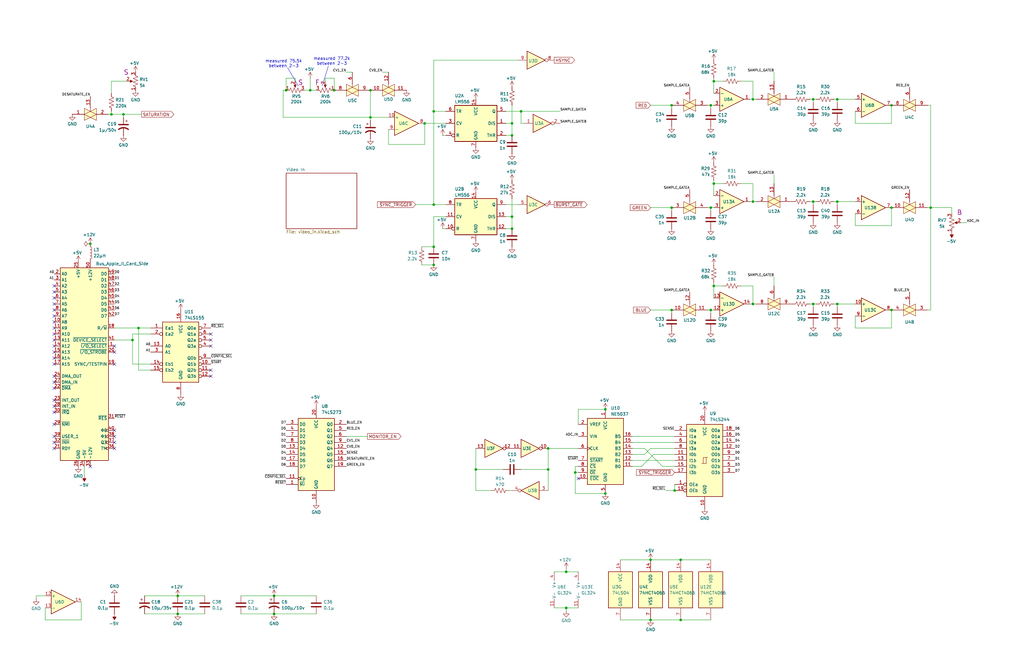
<source format=kicad_sch>
(kicad_sch (version 20231120) (generator "eeschema") (generator_version "8.0")
  (paper "USLedger")
  (title_block (title "ComputerEyes IIgs") (date "2024-03-29") (rev "F") (comment 2 "captured by Mark Aikens") (comment 3 "by Digital Vision") (comment 4 "ComputerEyes Color Video Digitizer for the Apple IIgs (PN 11047)"))
  (junction (at 182.88 46.99))
  (junction (at 287.02 261.62))
  (junction (at 238.76 241.3))
  (junction (at 215.9 96.52))
  (junction (at 255.27 208.28))
  (junction (at 274.32 236.22))
  (junction (at 238.76 256.54))
  (junction (at 200.66 198.12))
  (junction (at 283.21 87.63))
  (junction (at 283.21 130.81))
  (junction (at 219.71 46.99))
  (junction (at 299.72 44.45))
  (junction (at 342.9 41.91))
  (junction (at 353.06 41.91))
  (junction (at 392.43 87.63))
  (junction (at 287.02 236.22))
  (junction (at 52.07 48.26))
  (junction (at 55.88 143.51))
  (junction (at 300.99 77.47))
  (junction (at 299.72 130.81))
  (junction (at 342.9 85.09))
  (junction (at 300.99 34.29))
  (junction (at 58.42 138.43))
  (junction (at 317.5 85.09))
  (junction (at 38.1 102.87))
  (junction (at 300.99 120.65))
  (junction (at 115.57 259.08))
  (junction (at 182.88 111.76))
  (junction (at 115.57 251.46))
  (junction (at 182.88 86.36))
  (junction (at 215.9 57.15))
  (junction (at 283.21 44.45))
  (junction (at 255.27 172.72))
  (junction (at 375.92 130.81))
  (junction (at 317.5 128.27))
  (junction (at 215.9 52.07))
  (junction (at 140.97 38.1))
  (junction (at 130.81 38.1))
  (junction (at 299.72 87.63))
  (junction (at 182.88 104.14))
  (junction (at 342.9 128.27))
  (junction (at 74.93 251.46))
  (junction (at 120.65 38.1))
  (junction (at 242.57 199.39))
  (junction (at 156.21 49.53))
  (junction (at 231.14 189.23))
  (junction (at 74.93 259.08))
  (junction (at 46.99 48.26))
  (junction (at 274.32 261.62))
  (junction (at 353.06 85.09))
  (junction (at 156.21 38.1))
  (junction (at 284.48 207.01))
  (junction (at 317.5 41.91))
  (junction (at 179.07 52.07))
  (junction (at 215.9 91.44))
  (junction (at 231.14 198.12))
  (junction (at 375.92 87.63))
  (junction (at 353.06 128.27))
  (junction (at 375.92 44.45))
  (no_connect (at 22.86 189.23))
  (no_connect (at 22.86 143.51))
  (no_connect (at 38.1 196.85))
  (no_connect (at 88.9 143.51))
  (no_connect (at 48.26 189.23))
  (no_connect (at 22.86 179.07))
  (no_connect (at 22.86 163.83))
  (no_connect (at 22.86 186.69))
  (no_connect (at 48.26 181.61))
  (no_connect (at 22.86 133.35))
  (no_connect (at 22.86 158.75))
  (no_connect (at 88.9 146.05))
  (no_connect (at 22.86 125.73))
  (no_connect (at 22.86 151.13))
  (no_connect (at 22.86 130.81))
  (no_connect (at 48.26 184.15))
  (no_connect (at 22.86 123.19))
  (no_connect (at 22.86 128.27))
  (no_connect (at 88.9 158.75))
  (no_connect (at 88.9 156.21))
  (no_connect (at 88.9 140.97))
  (no_connect (at 22.86 184.15))
  (no_connect (at 22.86 153.67))
  (no_connect (at 48.26 186.69))
  (no_connect (at 22.86 161.29))
  (no_connect (at 48.26 153.67))
  (no_connect (at 48.26 146.05))
  (no_connect (at 22.86 168.91))
  (no_connect (at 22.86 146.05))
  (no_connect (at 22.86 135.89))
  (no_connect (at 22.86 173.99))
  (no_connect (at 22.86 148.59))
  (no_connect (at 48.26 148.59))
  (no_connect (at 22.86 138.43))
  (no_connect (at 22.86 120.65))
  (no_connect (at 243.84 201.93))
  (no_connect (at 22.86 171.45))
  (no_connect (at 22.86 140.97))
  (wire (pts (xy 299.72 130.81) (xy 300.99 130.81)))
  (wire (pts (xy 219.71 198.12) (xy 231.14 198.12)))
  (wire (pts (xy 200.66 198.12) (xy 200.66 189.23)))
  (wire (pts (xy 304.8 34.29) (xy 300.99 34.29)))
  (wire (pts (xy 58.42 138.43) (xy 63.5 138.43)))
  (wire (pts (xy 238.76 256.54) (xy 243.84 256.54)))
  (wire (pts (xy 219.71 46.99) (xy 213.36 46.99)))
  (wire (pts (xy 213.36 52.07) (xy 215.9 52.07)))
  (wire (pts (xy 299.72 44.45) (xy 300.99 44.45)))
  (wire (pts (xy 274.32 87.63) (xy 283.21 87.63)))
  (wire (pts (xy 218.44 86.36) (xy 213.36 86.36)))
  (wire (pts (xy 219.71 46.99) (xy 236.22 46.99)))
  (wire (pts (xy 137.16 33.02) (xy 137.16 34.29)))
  (wire (pts (xy 287.02 261.62) (xy 299.72 261.62)))
  (wire (pts (xy 177.8 104.14) (xy 182.88 104.14)))
  (wire (pts (xy 317.5 41.91) (xy 318.77 41.91)))
  (wire (pts (xy 214.63 207.01) (xy 215.9 207.01)))
  (wire (pts (xy 55.88 140.97) (xy 55.88 143.51)))
  (wire (pts (xy 341.63 41.91) (xy 342.9 41.91)))
  (wire (pts (xy 130.81 38.1) (xy 133.35 38.1)))
  (wire (pts (xy 58.42 138.43) (xy 58.42 156.21)))
  (wire (pts (xy 215.9 52.07) (xy 215.9 57.15)))
  (wire (pts (xy 407.67 93.98) (xy 405.13 93.98)))
  (wire (pts (xy 128.27 38.1) (xy 130.81 38.1)))
  (wire (pts (xy 19.05 261.62) (xy 34.29 261.62)))
  (wire (pts (xy 48.26 143.51) (xy 55.88 143.51)))
  (wire (pts (xy 101.6 251.46) (xy 115.57 251.46)))
  (wire (pts (xy 233.68 241.3) (xy 238.76 241.3)))
  (wire (pts (xy 186.69 57.15) (xy 187.96 57.15)))
  (wire (pts (xy 271.78 189.23) (xy 266.7 189.23)))
  (wire (pts (xy 52.07 48.26) (xy 52.07 49.53)))
  (wire (pts (xy 261.62 261.62) (xy 274.32 261.62)))
  (wire (pts (xy 392.43 87.63) (xy 401.32 87.63)))
  (wire (pts (xy 300.99 120.65) (xy 300.99 125.73)))
  (wire (pts (xy 179.07 52.07) (xy 179.07 60.96)))
  (wire (pts (xy 316.23 85.09) (xy 317.5 85.09)))
  (wire (pts (xy 215.9 83.82) (xy 215.9 91.44)))
  (polyline (pts (xy 121.285 28.575) (xy 125.73 36.195)))
  (wire (pts (xy 200.66 207.01) (xy 207.01 207.01)))
  (wire (pts (xy 392.43 87.63) (xy 392.43 130.81)))
  (wire (pts (xy 326.39 73.66) (xy 326.39 77.47)))
  (wire (pts (xy 317.5 128.27) (xy 316.23 128.27)))
  (wire (pts (xy 287.02 236.22) (xy 299.72 236.22)))
  (wire (pts (xy 353.06 85.09) (xy 360.68 85.09)))
  (wire (pts (xy 140.97 33.02) (xy 140.97 38.1)))
  (wire (pts (xy 274.32 236.22) (xy 287.02 236.22)))
  (wire (pts (xy 342.9 41.91) (xy 344.17 41.91)))
  (wire (pts (xy 342.9 128.27) (xy 342.9 129.54)))
  (wire (pts (xy 58.42 156.21) (xy 63.5 156.21)))
  (wire (pts (xy 15.24 251.46) (xy 19.05 251.46)))
  (wire (pts (xy 274.32 44.45) (xy 283.21 44.45)))
  (wire (pts (xy 353.06 86.36) (xy 353.06 85.09)))
  (wire (pts (xy 182.88 91.44) (xy 182.88 104.14)))
  (wire (pts (xy 215.9 96.52) (xy 213.36 96.52)))
  (wire (pts (xy 74.93 259.08) (xy 86.36 259.08)))
  (wire (pts (xy 55.88 143.51) (xy 55.88 153.67)))
  (wire (pts (xy 353.06 41.91) (xy 360.68 41.91)))
  (wire (pts (xy 375.92 95.25) (xy 375.92 87.63)))
  (wire (pts (xy 182.88 25.4) (xy 218.44 25.4)))
  (wire (pts (xy 255.27 208.28) (xy 242.57 208.28)))
  (wire (pts (xy 360.68 46.99) (xy 360.68 52.07)))
  (wire (pts (xy 182.88 46.99) (xy 187.96 46.99)))
  (wire (pts (xy 179.07 60.96) (xy 163.83 60.96)))
  (polyline (pts (xy 135.89 36.195) (xy 138.43 27.94)))
  (wire (pts (xy 342.9 128.27) (xy 344.17 128.27)))
  (wire (pts (xy 220.98 52.07) (xy 219.71 52.07)))
  (wire (pts (xy 243.84 196.85) (xy 242.57 196.85)))
  (wire (pts (xy 351.79 128.27) (xy 353.06 128.27)))
  (wire (pts (xy 146.05 184.15) (xy 154.94 184.15)))
  (wire (pts (xy 124.46 33.02) (xy 124.46 34.29)))
  (wire (pts (xy 243.84 172.72) (xy 243.84 179.07)))
  (wire (pts (xy 231.14 189.23) (xy 231.14 198.12)))
  (wire (pts (xy 353.06 85.09) (xy 351.79 85.09)))
  (wire (pts (xy 238.76 241.3) (xy 243.84 241.3)))
  (wire (pts (xy 15.24 252.73) (xy 15.24 251.46)))
  (wire (pts (xy 52.07 48.26) (xy 59.69 48.26)))
  (wire (pts (xy 300.99 33.02) (xy 300.99 34.29)))
  (wire (pts (xy 266.7 186.69) (xy 284.48 186.69)))
  (wire (pts (xy 231.14 198.12) (xy 231.14 207.01)))
  (wire (pts (xy 304.8 77.47) (xy 300.99 77.47)))
  (wire (pts (xy 317.5 85.09) (xy 318.77 85.09)))
  (wire (pts (xy 392.43 44.45) (xy 392.43 87.63)))
  (wire (pts (xy 299.72 44.45) (xy 299.72 45.72)))
  (wire (pts (xy 179.07 52.07) (xy 187.96 52.07)))
  (wire (pts (xy 55.88 140.97) (xy 63.5 140.97)))
  (wire (pts (xy 300.99 77.47) (xy 300.99 82.55)))
  (wire (pts (xy 53.34 34.29) (xy 46.99 34.29)))
  (wire (pts (xy 391.16 44.45) (xy 392.43 44.45)))
  (wire (pts (xy 299.72 87.63) (xy 300.99 87.63)))
  (wire (pts (xy 215.9 91.44) (xy 213.36 91.44)))
  (wire (pts (xy 177.8 111.76) (xy 182.88 111.76)))
  (wire (pts (xy 280.67 207.01) (xy 284.48 207.01)))
  (wire (pts (xy 312.42 120.65) (xy 317.5 120.65)))
  (wire (pts (xy 182.88 86.36) (xy 187.96 86.36)))
  (wire (pts (xy 312.42 77.47) (xy 317.5 77.47)))
  (wire (pts (xy 46.99 34.29) (xy 46.99 39.37)))
  (wire (pts (xy 115.57 251.46) (xy 133.35 251.46)))
  (wire (pts (xy 52.07 48.26) (xy 46.99 48.26)))
  (wire (pts (xy 391.16 87.63) (xy 392.43 87.63)))
  (wire (pts (xy 274.32 261.62) (xy 287.02 261.62)))
  (wire (pts (xy 300.99 119.38) (xy 300.99 120.65)))
  (wire (pts (xy 48.26 138.43) (xy 58.42 138.43)))
  (wire (pts (xy 312.42 34.29) (xy 317.5 34.29)))
  (wire (pts (xy 283.21 130.81) (xy 283.21 132.08)))
  (wire (pts (xy 353.06 128.27) (xy 353.06 129.54)))
  (wire (pts (xy 351.79 41.91) (xy 353.06 41.91)))
  (wire (pts (xy 261.62 236.22) (xy 274.32 236.22)))
  (wire (pts (xy 401.32 87.63) (xy 401.32 90.17)))
  (wire (pts (xy 233.68 256.54) (xy 238.76 256.54)))
  (wire (pts (xy 360.68 52.07) (xy 375.92 52.07)))
  (wire (pts (xy 124.46 33.02) (xy 120.65 33.02)))
  (wire (pts (xy 187.96 91.44) (xy 182.88 91.44)))
  (wire (pts (xy 215.9 57.15) (xy 213.36 57.15)))
  (wire (pts (xy 231.14 189.23) (xy 243.84 189.23)))
  (wire (pts (xy 298.45 130.81) (xy 299.72 130.81)))
  (wire (pts (xy 317.5 128.27) (xy 318.77 128.27)))
  (wire (pts (xy 317.5 41.91) (xy 317.5 34.29)))
  (wire (pts (xy 300.99 34.29) (xy 300.99 39.37)))
  (wire (pts (xy 266.7 194.31) (xy 284.48 194.31)))
  (wire (pts (xy 119.38 38.1) (xy 120.65 38.1)))
  (polyline (pts (xy 125.73 36.195) (xy 125.73 36.195)))
  (wire (pts (xy 271.78 189.23) (xy 279.4 196.85)))
  (wire (pts (xy 283.21 87.63) (xy 283.21 88.9)))
  (wire (pts (xy 283.21 45.72) (xy 283.21 44.45)))
  (wire (pts (xy 101.6 259.08) (xy 115.57 259.08)))
  (wire (pts (xy 115.57 259.08) (xy 133.35 259.08)))
  (wire (pts (xy 156.21 38.1) (xy 156.21 49.53)))
  (wire (pts (xy 137.16 33.02) (xy 140.97 33.02)))
  (wire (pts (xy 46.99 46.99) (xy 46.99 48.26)))
  (wire (pts (xy 360.68 133.35) (xy 360.68 138.43)))
  (wire (pts (xy 130.81 33.02) (xy 130.81 38.1)))
  (wire (pts (xy 360.68 138.43) (xy 375.92 138.43)))
  (wire (pts (xy 317.5 120.65) (xy 317.5 128.27)))
  (wire (pts (xy 391.16 130.81) (xy 392.43 130.81)))
  (wire (pts (xy 175.26 86.36) (xy 182.88 86.36)))
  (wire (pts (xy 200.66 207.01) (xy 200.66 198.12)))
  (wire (pts (xy 360.68 90.17) (xy 360.68 95.25)))
  (wire (pts (xy 156.21 49.53) (xy 163.83 49.53)))
  (wire (pts (xy 317.5 77.47) (xy 317.5 85.09)))
  (wire (pts (xy 300.99 76.2) (xy 300.99 77.47)))
  (wire (pts (xy 219.71 52.07) (xy 219.71 46.99)))
  (wire (pts (xy 238.76 240.03) (xy 238.76 241.3)))
  (wire (pts (xy 255.27 172.72) (xy 243.84 172.72)))
  (wire (pts (xy 344.17 85.09) (xy 342.9 85.09)))
  (wire (pts (xy 242.57 208.28) (xy 242.57 199.39)))
  (wire (pts (xy 299.72 130.81) (xy 299.72 132.08)))
  (wire (pts (xy 119.38 49.53) (xy 119.38 38.1)))
  (wire (pts (xy 242.57 199.39) (xy 243.84 199.39)))
  (wire (pts (xy 275.59 191.77) (xy 270.51 196.85)))
  (wire (pts (xy 275.59 191.77) (xy 284.48 191.77)))
  (wire (pts (xy 163.83 60.96) (xy 163.83 54.61)))
  (wire (pts (xy 34.29 261.62) (xy 34.29 254)))
  (wire (pts (xy 375.92 52.07) (xy 375.92 44.45)))
  (wire (pts (xy 298.45 44.45) (xy 299.72 44.45)))
  (wire (pts (xy 316.23 41.91) (xy 317.5 41.91)))
  (wire (pts (xy 299.72 87.63) (xy 299.72 88.9)))
  (wire (pts (xy 326.39 30.48) (xy 326.39 34.29)))
  (wire (pts (xy 182.88 25.4) (xy 182.88 46.99)))
  (wire (pts (xy 342.9 85.09) (xy 342.9 86.36)))
  (wire (pts (xy 375.92 138.43) (xy 375.92 130.81)))
  (wire (pts (xy 120.65 33.02) (xy 120.65 38.1)))
  (wire (pts (xy 238.76 256.54) (xy 238.76 257.81)))
  (wire (pts (xy 242.57 196.85) (xy 242.57 199.39)))
  (wire (pts (xy 55.88 153.67) (xy 63.5 153.67)))
  (wire (pts (xy 326.39 116.84) (xy 326.39 120.65)))
  (wire (pts (xy 35.56 200.66) (xy 35.56 196.85)))
  (wire (pts (xy 182.88 46.99) (xy 182.88 86.36)))
  (wire (pts (xy 266.7 196.85) (xy 270.51 196.85)))
  (wire (pts (xy 274.32 130.81) (xy 283.21 130.81)))
  (wire (pts (xy 60.96 259.08) (xy 74.93 259.08)))
  (wire (pts (xy 215.9 91.44) (xy 215.9 96.52)))
  (wire (pts (xy 74.93 251.46) (xy 86.36 251.46)))
  (wire (pts (xy 200.66 198.12) (xy 212.09 198.12)))
  (wire (pts (xy 274.32 189.23) (xy 271.78 191.77)))
  (wire (pts (xy 274.32 189.23) (xy 284.48 189.23)))
  (wire (pts (xy 146.05 30.48) (xy 148.59 30.48)))
  (wire (pts (xy 119.38 49.53) (xy 156.21 49.53)))
  (wire (pts (xy 60.96 251.46) (xy 74.93 251.46)))
  (wire (pts (xy 341.63 128.27) (xy 342.9 128.27)))
  (wire (pts (xy 161.29 30.48) (xy 163.83 30.48)))
  (wire (pts (xy 300.99 120.65) (xy 304.8 120.65)))
  (wire (pts (xy 266.7 191.77) (xy 271.78 191.77)))
  (wire (pts (xy 353.06 41.91) (xy 353.06 43.18)))
  (wire (pts (xy 298.45 87.63) (xy 299.72 87.63)))
  (wire (pts (xy 284.48 204.47) (xy 284.48 207.01)))
  (wire (pts (xy 266.7 184.15) (xy 284.48 184.15)))
  (wire (pts (xy 342.9 85.09) (xy 341.63 85.09)))
  (wire (pts (xy 186.69 96.52) (xy 187.96 96.52)))
  (wire (pts (xy 156.21 50.8) (xy 156.21 49.53)))
  (wire (pts (xy 360.68 95.25) (xy 375.92 95.25)))
  (wire (pts (xy 342.9 41.91) (xy 342.9 43.18)))
  (wire (pts (xy 215.9 44.45) (xy 215.9 52.07)))
  (wire (pts (xy 19.05 256.54) (xy 19.05 261.62)))
  (wire (pts (xy 46.99 48.26) (xy 45.72 48.26)))
  (wire (pts (xy 353.06 128.27) (xy 360.68 128.27)))
  (wire (pts (xy 279.4 196.85) (xy 284.48 196.85)))
  (text "measured 77.2k\nbetween 2-3" (at 139.954 25.908 0) (effects (font (size 1.27 1.27))))
  (text "measured 75.5k\nbetween 2-3" (at 119.634 26.924 0) (effects (font (size 1.27 1.27))))
  (label "D2" (at 309.88 189.23 0) (effects (font (size 1 1))))
  (label "D4" (at 48.26 125.73 0) (effects (font (size 1 1))))
  (label "D3" (at 120.65 194.31 180) (effects (font (size 1 1))))
  (label "D3" (at 309.88 196.85 0) (effects (font (size 1 1))))
  (label "D6" (at 309.88 181.61 0) (effects (font (size 1 1))))
  (label "D5" (at 309.88 184.15 0) (effects (font (size 1 1))))
  (label "~{CONFIG_SEL}" (at 120.65 201.93 180) (effects (font (size 1 1))))
  (label "A1" (at 22.86 118.11 180) (effects (font (size 1 1))))
  (label "SAMPLE_GATEB" (at 326.39 73.66 180) (effects (font (size 1 1))))
  (label "D2" (at 120.65 186.69 180) (effects (font (size 1 1))))
  (label "D7" (at 120.65 179.07 180) (effects (font (size 1 1))))
  (label "BLUE_EN" (at 146.05 179.07 0) (effects (font (size 1 1))))
  (label "A0" (at 22.86 115.57 180) (effects (font (size 1 1))))
  (label "D4" (at 120.65 191.77 180) (effects (font (size 1 1))))
  (label "D1" (at 48.26 118.11 0) (effects (font (size 1 1))))
  (label "~{START}" (at 88.9 153.67 0) (effects (font (size 1 1))))
  (label "D3" (at 48.26 123.19 0) (effects (font (size 1 1))))
  (label "D5" (at 48.26 128.27 0) (effects (font (size 1 1))))
  (label "CV0_EN" (at 146.05 189.23 0) (effects (font (size 1 1))))
  (label "A1" (at 63.5 148.59 180) (effects (font (size 1 1))))
  (label "D7" (at 48.26 133.35 0) (effects (font (size 1 1))))
  (label "SAMPLE_GATEB" (at 236.22 52.07 0) (effects (font (size 1 1))))
  (label "A0" (at 63.5 146.05 180) (effects (font (size 1 1))))
  (label "~{CONFIG_SEL}" (at 88.9 151.13 0) (effects (font (size 1 1))))
  (label "D2" (at 48.26 120.65 0) (effects (font (size 1 1))))
  (label "SAMPLE_GATEA" (at 290.83 36.83 180) (effects (font (size 1 1))))
  (label "DESATURATE_EN" (at 146.05 194.31 0) (effects (font (size 1 1))))
  (label "D6" (at 120.65 196.85 180) (effects (font (size 1 1))))
  (label "D6" (at 48.26 130.81 0) (effects (font (size 1 1))))
  (label "D1" (at 120.65 184.15 180) (effects (font (size 1 1))))
  (label "~{START}" (at 243.84 194.31 180) (effects (font (size 1 1))))
  (label "GREEN_EN" (at 146.05 196.85 0) (effects (font (size 1 1))))
  (label "CV1_EN" (at 146.05 30.48 180) (effects (font (size 1 1))))
  (label "BLUE_EN" (at 383.54 123.19 180) (effects (font (size 1 1))))
  (label "~{RESET}" (at 48.26 176.53 0) (effects (font (size 1 1))))
  (label "SAMPLE_GATEB" (at 326.39 116.84 180) (effects (font (size 1 1))))
  (label "D5" (at 120.65 181.61 180) (effects (font (size 1 1))))
  (label "ADC_IN" (at 407.67 93.98 0) (effects (font (size 1 1))))
  (label "RED_EN" (at 146.05 181.61 0) (effects (font (size 1 1))))
  (label "D0" (at 48.26 115.57 0) (effects (font (size 1 1))))
  (label "D4" (at 309.88 186.69 0) (effects (font (size 1 1))))
  (label "SAMPLE_GATEA" (at 290.83 123.19 180) (effects (font (size 1 1))))
  (label "D0" (at 120.65 189.23 180) (effects (font (size 1 1))))
  (label "~{RD_SEL}" (at 88.9 138.43 0) (effects (font (size 1 1))))
  (label "~{RD_SEL}" (at 280.67 207.01 180) (effects (font (size 1 1))))
  (label "DESATURATE_EN" (at 38.1 40.64 180) (effects (font (size 1 1))))
  (label "GREEN_EN" (at 383.54 80.01 180) (effects (font (size 1 1))))
  (label "D0" (at 309.88 191.77 0) (effects (font (size 1 1))))
  (label "RED_EN" (at 383.54 36.83 180) (effects (font (size 1 1))))
  (label "CV1_EN" (at 146.05 186.69 0) (effects (font (size 1 1))))
  (label "SENSE" (at 146.05 191.77 0) (effects (font (size 1 1))))
  (label "ADC_IN" (at 243.84 184.15 180) (effects (font (size 1 1))))
  (label "SAMPLE_GATEA" (at 290.83 80.01 180) (effects (font (size 1 1))))
  (label "SENSE" (at 284.48 181.61 180) (effects (font (size 1 1))))
  (label "D7" (at 309.88 199.39 0) (effects (font (size 1 1))))
  (label "~{RESET}" (at 120.65 204.47 180) (effects (font (size 1 1))))
  (label "CV0_EN" (at 161.29 30.48 180) (effects (font (size 1 1))))
  (label "SAMPLE_GATEB" (at 326.39 30.48 180) (effects (font (size 1 1))))
  (label "D1" (at 309.88 194.31 0) (effects (font (size 1 1))))
  (label "SAMPLE_GATEA" (at 236.22 46.99 0) (effects (font (size 1 1))))
  (global_label "RED" (shape input) (at 274.32 44.45 180) (property "Intersheetrefs" "${INTERSHEET_REFS}" (effects (hide yes))))
  (global_label "BLUE" (shape input) (at 274.32 130.81 180) (property "Intersheetrefs" "${INTERSHEET_REFS}" (effects (hide yes))))
  (global_label "HSYNC" (shape output) (at 233.68 25.4 0) (property "Intersheetrefs" "${INTERSHEET_REFS}" (effects (hide yes))))
  (global_label "SATURATION" (shape output) (at 59.69 48.26 0) (property "Intersheetrefs" "${INTERSHEET_REFS}" (effects (hide yes))))
  (global_label "MONITOR_EN" (shape output) (at 154.94 184.15 0) (property "Intersheetrefs" "${INTERSHEET_REFS}" (effects (hide yes))))
  (global_label "~{SYNC_TRIGGER}" (shape input) (at 175.26 86.36 180) (property "Intersheetrefs" "${INTERSHEET_REFS}" (effects (hide yes))))
  (global_label "~{BURST_GATE}" (shape output) (at 233.68 86.36 0) (property "Intersheetrefs" "${INTERSHEET_REFS}" (effects (hide yes))))
  (global_label "GREEN" (shape input) (at 274.32 87.63 180) (property "Intersheetrefs" "${INTERSHEET_REFS}" (effects (hide yes))))
  (global_label "~{SYNC_TRIGGER}" (shape input) (at 284.48 199.39 180) (property "Intersheetrefs" "${INTERSHEET_REFS}" (effects (hide yes))))
  (symbol (lib_id "Device:C") (at 283.21 92.71 0) (mirror y) (unit 1)
    (property "Reference" "C35" (at 280.162 91.44 0) (effects (justify left)))
    (property "Value" "1n" (at 280.162 93.98 0) (effects (justify left)))
    (property "Description" "Unpolarized capacitor" (effects (hide yes)))
  )
  (symbol (lib_id "power:+5V") (at 300.99 25.4 0) (unit 1)
    (property "Reference" "#PWR069" (effects (hide yes)))
    (property "Value" "+5V" (at 300.482 21.59 0))
    (property "Description" "Power symbol creates a global label with name \"+5V\"" (effects (hide yes)))
  )
  (symbol (lib_id "power:GND") (at 215.9 64.77 0) (unit 1)
    (property "Reference" "#PWR047" (effects (hide yes)))
    (property "Value" "GND" (at 215.9 68.834 0))
    (property "Description" "Power symbol creates a global label with name \"GND\" , ground" (effects (hide yes)))
  )
  (symbol (lib_id "power:GND") (at 30.48 48.26 0) (unit 1)
    (property "Reference" "#PWR051" (effects (hide yes)))
    (property "Value" "GND" (at 30.48 52.324 0))
    (property "Description" "Power symbol creates a global label with name \"GND\" , ground" (effects (hide yes)))
  )
  (symbol (lib_id "power:+5V") (at 186.69 96.52 0) (unit 1)
    (property "Reference" "#PWR028" (effects (hide yes)))
    (property "Value" "+5V" (at 186.182 92.71 0))
    (property "Description" "Power symbol creates a global label with name \"+5V\"" (effects (hide yes)))
  )
  (symbol (lib_id "Amplifier_Operational:LM324") (at 368.3 44.45 0) (unit 2)
    (property "Reference" "U6" (at 366.776 44.45 0))
    (property "Value" "GL324" (effects (hide yes)))
    (property "Datasheet" "http://www.ti.com/lit/ds/symlink/lm2902-n.pdf" (effects (hide yes)))
    (property "Description" "Low-Power, Quad-Operational Amplifiers, DIP-14/SOIC-14/SSOP-14" (effects (hide yes)))
  )
  (symbol (lib_id "power:+5V") (at 274.32 236.22 0) (unit 1)
    (property "Reference" "#PWR09" (effects (hide yes)))
    (property "Value" "+5V" (at 273.812 232.41 0))
    (property "Description" "Power symbol creates a global label with name \"+5V\"" (effects (hide yes)))
  )
  (symbol (lib_id "Device:R_Potentiometer_US") (at 124.46 38.1 90) (unit 1)
    (property "Reference" "RV5" (at 124.968 40.64 90))
    (property "Value" "200k" (at 124.968 42.926 90))
    (property "Description" "Potentiometer, US symbol" (effects (hide yes)))
    (property "Label" "S" (at 126.746 34.798 90) (effects (font (size 2 2))))
  )
  (symbol (lib_id "Amplifier_Operational:LM324") (at 308.61 128.27 0) (mirror x) (unit 4)
    (property "Reference" "U13" (at 307.34 128.27 0))
    (property "Value" "GL324" (effects (hide yes)))
    (property "Datasheet" "http://www.ti.com/lit/ds/symlink/lm2902-n.pdf" (effects (hide yes)))
    (property "Description" "Low-Power, Quad-Operational Amplifiers, DIP-14/SOIC-14/SSOP-14" (effects (hide yes)))
  )
  (symbol (lib_id "Device:R_US") (at 308.61 120.65 90) (unit 1)
    (property "Reference" "R35" (at 308.61 115.316 90))
    (property "Value" "18k" (at 308.61 117.856 90))
    (property "Description" "Resistor, US symbol" (effects (hide yes)))
  )
  (symbol (lib_id "Device:R_US") (at 308.61 77.47 90) (unit 1)
    (property "Reference" "R31" (at 308.61 72.136 90))
    (property "Value" "18k" (at 308.61 74.676 90))
    (property "Description" "Resistor, US symbol" (effects (hide yes)))
  )
  (symbol (lib_id "Device:C") (at 299.72 135.89 0) (unit 1)
    (property "Reference" "C39" (at 302.768 134.62 0) (effects (justify left)))
    (property "Value" "39p" (at 302.768 137.16 0) (effects (justify left)))
    (property "Description" "Unpolarized capacitor" (effects (hide yes)))
  )
  (symbol (lib_id "power:+5V") (at 200.66 81.28 0) (unit 1)
    (property "Reference" "#PWR07" (effects (hide yes)))
    (property "Value" "+5V" (at 200.152 77.47 0))
    (property "Description" "Power symbol creates a global label with name \"+5V\"" (effects (hide yes)))
  )
  (symbol (lib_id "power:GND") (at 274.32 261.62 0) (unit 1)
    (property "Reference" "#PWR020" (effects (hide yes)))
    (property "Value" "GND" (at 274.32 265.684 0))
    (property "Description" "Power symbol creates a global label with name \"GND\" , ground" (effects (hide yes)))
  )
  (symbol (lib_id "Device:R_US") (at 215.9 40.64 180) (unit 1)
    (property "Reference" "R11" (at 210.82 39.624 0) (effects (justify right)))
    (property "Value" "33k" (at 210.82 42.164 0) (effects (justify right)))
    (property "Description" "Resistor, US symbol" (effects (hide yes)))
  )
  (symbol (lib_id "Device:R_US") (at 177.8 107.95 0) (unit 1)
    (property "Reference" "R13" (at 176.022 106.68 0) (effects (justify right)))
    (property "Value" "2.2k" (at 176.022 109.22 0) (effects (justify right)))
    (property "Description" "Resistor, US symbol" (effects (hide yes)))
  )
  (symbol (lib_id "power:GND") (at 299.72 53.34 0) (mirror y) (unit 1)
    (property "Reference" "#PWR062" (effects (hide yes)))
    (property "Value" "GND" (at 299.72 57.404 0))
    (property "Description" "Power symbol creates a global label with name \"GND\" , ground" (effects (hide yes)))
  )
  (symbol (lib_id "power:+12V") (at 238.76 240.03 0) (unit 1)
    (property "Reference" "#PWR065" (effects (hide yes)))
    (property "Value" "+12V" (at 238.252 236.22 0))
    (property "Description" "Power symbol creates a global label with name \"+12V\"" (effects (hide yes)))
  )
  (symbol (lib_id "Amplifier_Operational:LM324") (at 246.38 248.92 0) (unit 5)
    (property "Reference" "U13" (at 245.11 247.6499 0) (effects (justify left)))
    (property "Value" "GL324" (at 245.11 250.1899 0) (effects (justify left)))
    (property "Datasheet" "http://www.ti.com/lit/ds/symlink/lm2902-n.pdf" (effects (hide yes)))
    (property "Description" "Low-Power, Quad-Operational Amplifiers, DIP-14/SOIC-14/SSOP-14" (effects (hide yes)))
  )
  (symbol (lib_id "4xxx:4066") (at 287.02 248.92 0) (unit 5)
    (property "Reference" "U5" (at 282.194 247.65 0) (effects (justify left)))
    (property "Value" "74HCT4066" (at 282.194 250.19 0) (effects (justify left)))
    (property "Datasheet" "http://www.ti.com/lit/ds/symlink/cd4066b.pdf" (effects (hide yes)))
    (property "Description" "Quad Analog Switches" (effects (hide yes)))
  )
  (symbol (lib_id "Device:C") (at 342.9 46.99 0) (unit 1)
    (property "Reference" "C14" (at 336.042 45.72 0) (effects (justify left)))
    (property "Value" "39p" (at 336.042 48.26 0) (effects (justify left)))
    (property "Description" "Unpolarized capacitor" (effects (hide yes)))
  )
  (symbol (lib_id "Device:R_US") (at 337.82 128.27 90) (unit 1)
    (property "Reference" "R34" (at 337.82 122.936 90))
    (property "Value" "2.2k" (at 337.82 125.476 90))
    (property "Description" "Resistor, US symbol" (effects (hide yes)))
  )
  (symbol (lib_id "power:+5V") (at 300.99 111.76 0) (unit 1)
    (property "Reference" "#PWR074" (effects (hide yes)))
    (property "Value" "+5V" (at 300.482 107.95 0))
    (property "Description" "Power symbol creates a global label with name \"+5V\"" (effects (hide yes)))
  )
  (symbol (lib_id "Device:C") (at 215.9 60.96 0) (unit 1)
    (property "Reference" "C9" (at 210.566 59.944 0) (effects (justify left)))
    (property "Value" "1n" (at 210.566 62.484 0) (effects (justify left)))
    (property "Description" "Unpolarized capacitor" (effects (hide yes)))
  )
  (symbol (lib_id "ADC:NE5037") (at 255.27 190.5 0) (unit 1)
    (property "Reference" "U10" (at 257.556 172.212 0) (effects (justify left)))
    (property "Value" "NE5037" (at 257.556 174.752 0) (effects (justify left)))
    (property "Footprint" "Package_DIP:DIP-16_W7.62mm" (effects (hide yes)))
    (property "Description" "6-Bit A/D converter (parallel outputs)" (effects (hide yes)))
  )
  (symbol (lib_id "power:GND") (at 15.24 252.73 0) (unit 1)
    (property "Reference" "#PWR075" (effects (hide yes)))
    (property "Value" "GND" (at 15.24 256.794 0))
    (property "Description" "Power symbol creates a global label with name \"GND\" , ground" (effects (hide yes)))
  )
  (symbol (lib_id "power:GND") (at 156.21 58.42 0) (unit 1)
    (property "Reference" "#PWR054" (effects (hide yes)))
    (property "Value" "GND" (at 156.21 62.484 0))
    (property "Description" "Power symbol creates a global label with name \"GND\" , ground" (effects (hide yes)))
  )
  (symbol (lib_id "Device:R_US") (at 347.98 128.27 90) (unit 1)
    (property "Reference" "R33" (at 347.98 122.936 90))
    (property "Value" "2.2k" (at 347.98 125.476 90))
    (property "Description" "Resistor, US symbol" (effects (hide yes)))
  )
  (symbol (lib_id "Device:C") (at 215.9 198.12 90) (unit 1)
    (property "Reference" "C10" (at 215.9 191.77 90))
    (property "Value" "1n" (at 215.9 194.31 90))
    (property "Description" "Unpolarized capacitor" (effects (hide yes)))
  )
  (symbol (lib_id "Device:C") (at 283.21 49.53 0) (unit 1)
    (property "Reference" "C34" (at 276.352 48.26 0) (effects (justify left)))
    (property "Value" "1n" (at 276.352 50.8 0) (effects (justify left)))
    (property "Description" "Unpolarized capacitor" (effects (hide yes)))
  )
  (symbol (lib_id "Device:C") (at 101.6 255.27 0) (unit 1)
    (property "Reference" "C2" (at 104.394 254 0) (effects (justify left)))
    (property "Value" "0.1µ" (at 104.394 256.54 0) (effects (justify left)))
    (property "Description" "Unpolarized capacitor" (effects (hide yes)))
  )
  (symbol (lib_id "Device:R_US") (at 337.82 85.09 90) (unit 1)
    (property "Reference" "R19" (at 337.82 79.756 90))
    (property "Value" "2.2k" (at 337.82 82.296 90))
    (property "Description" "Resistor, US symbol" (effects (hide yes)))
  )
  (symbol (lib_id "Timer:LM556") (at 200.66 91.44 0) (unit 2)
    (property "Reference" "U2" (at 191.77 79.756 0) (effects (justify left)))
    (property "Value" "LM556" (at 191.77 82.296 0) (effects (justify left)))
    (property "Datasheet" "http://www.ti.com/lit/ds/symlink/lm556.pdf" (effects (hide yes)))
    (property "Description" "Dual Timer, DIP-14/SOIC-14" (effects (hide yes)))
  )
  (symbol (lib_id "Amplifier_Operational:LM324") (at 26.67 254 0) (unit 4)
    (property "Reference" "U6" (at 25.146 254 0))
    (property "Value" "GL324" (effects (hide yes)))
    (property "Datasheet" "http://www.ti.com/lit/ds/symlink/lm2902-n.pdf" (effects (hide yes)))
    (property "Description" "Low-Power, Quad-Operational Amplifiers, DIP-14/SOIC-14/SSOP-14" (effects (hide yes)))
  )
  (symbol (lib_id "Amplifier_Operational:LM324") (at 308.61 85.09 0) (mirror x) (unit 1)
    (property "Reference" "U13" (at 307.34 85.09 0))
    (property "Value" "GL324" (effects (hide yes)))
    (property "Datasheet" "http://www.ti.com/lit/ds/symlink/lm2902-n.pdf" (effects (hide yes)))
    (property "Description" "Low-Power, Quad-Operational Amplifiers, DIP-14/SOIC-14/SSOP-14" (effects (hide yes)))
  )
  (symbol (lib_id "power:+5V") (at 215.9 76.2 0) (unit 1)
    (property "Reference" "#PWR050" (effects (hide yes)))
    (property "Value" "+5V" (at 215.392 72.39 0))
    (property "Description" "Power symbol creates a global label with name \"+5V\"" (effects (hide yes)))
  )
  (symbol (lib_id "power:PWR_FLAG") (at 38.1 102.87 90) (unit 1)
    (property "Reference" "#FLG01" (effects (hide yes)))
    (property "Value" "PWR_FLAG" (effects (hide yes)))
    (property "Description" "Special symbol for telling ERC where power comes from" (effects (hide yes)))
  )
  (symbol (lib_id "Device:R_US") (at 300.99 115.57 0) (unit 1)
    (property "Reference" "R32" (at 295.656 114.3 0) (effects (justify left)))
    (property "Value" "68k" (at 295.656 116.84 0) (effects (justify left)))
    (property "Description" "Resistor, US symbol" (effects (hide yes)))
  )
  (symbol (lib_id "Device:C") (at 299.72 92.71 0) (unit 1)
    (property "Reference" "C37" (at 302.768 91.44 0) (effects (justify left)))
    (property "Value" "39p" (at 302.768 93.98 0) (effects (justify left)))
    (property "Description" "Unpolarized capacitor" (effects (hide yes)))
  )
  (symbol (lib_id "74xx:74LS04") (at 223.52 189.23 0) (unit 5)
    (property "Reference" "U3" (at 222.25 189.23 0))
    (property "Value" "74LS04" (effects (hide yes)))
    (property "Datasheet" "http://www.ti.com/lit/gpn/sn74LS04" (effects (hide yes)))
    (property "Description" "Hex Inverter" (effects (hide yes)))
  )
  (symbol (lib_id "power:GND") (at 200.66 62.23 0) (unit 1)
    (property "Reference" "#PWR017" (effects (hide yes)))
    (property "Value" "GND" (at 200.66 66.294 0))
    (property "Description" "Power symbol creates a global label with name \"GND\" , ground" (effects (hide yes)))
  )
  (symbol (lib_id "Amplifier_Operational:LM324") (at 236.22 248.92 0) (unit 5)
    (property "Reference" "U6" (at 234.95 247.6499 0) (effects (justify left)))
    (property "Value" "GL324" (at 234.95 250.1899 0) (effects (justify left)))
    (property "Datasheet" "http://www.ti.com/lit/ds/symlink/lm2902-n.pdf" (effects (hide yes)))
    (property "Description" "Low-Power, Quad-Operational Amplifiers, DIP-14/SOIC-14/SSOP-14" (effects (hide yes)))
  )
  (symbol (lib_id "74xx:74LS04") (at 226.06 86.36 0) (unit 3)
    (property "Reference" "U3" (at 224.79 86.36 0))
    (property "Value" "74LS04" (effects (hide yes)))
    (property "Datasheet" "http://www.ti.com/lit/gpn/sn74LS04" (effects (hide yes)))
    (property "Description" "Hex Inverter" (effects (hide yes)))
  )
  (symbol (lib_id "PCM_MA_Connector_AppleII:Bus_Apple_II_Card_Side") (at 35.56 153.67 0) (unit 1) (in_bom no)
    (property "Reference" "BUS1" (effects (hide yes)))
    (property "Value" "Bus_Apple_II_Card_Side" (at 40.386 111.252 0) (effects (justify left)))
    (property "Footprint" "PCM_MA_Connector_AppleII:Peripheral_Bus_Edge" (effects (hide yes)))
    (property "Datasheet" "https://archive.org/details/Apple_II_Mini_Manual/page/n37/mode/2up" (effects (hide yes)))
    (property "Description" "Apple II bus connector. Use this symbol on the card side, i.e. for making Apple II-compatible peripheral cards." (effects (hide yes)))
  )
  (symbol (lib_id "Device:C_Polarized_US") (at 60.96 255.27 0) (unit 1)
    (property "Reference" "C18" (at 63.754 254 0) (effects (justify left)))
    (property "Value" "10µ/35v" (at 63.754 256.54 0) (effects (justify left)))
    (property "Description" "Polarized capacitor, US symbol" (effects (hide yes)))
  )
  (symbol (lib_id "74xx:74LS04") (at 261.62 248.92 0) (unit 7)
    (property "Reference" "U3" (at 258.064 247.65 0) (effects (justify left)))
    (property "Value" "74LS04" (at 258.064 250.19 0) (effects (justify left)))
    (property "Datasheet" "http://www.ti.com/lit/gpn/sn74LS04" (effects (hide yes)))
    (property "Description" "Hex Inverter" (effects (hide yes)))
  )
  (symbol (lib_id "power:GND") (at 283.21 139.7 0) (unit 1)
    (property "Reference" "#PWR059" (effects (hide yes)))
    (property "Value" "GND" (at 283.21 143.764 0))
    (property "Description" "Power symbol creates a global label with name \"GND\" , ground" (effects (hide yes)))
  )
  (symbol (lib_id "Amplifier_Operational:LM324") (at 171.45 52.07 0) (unit 3)
    (property "Reference" "U6" (at 170.18 52.07 0))
    (property "Value" "GL324" (effects (hide yes)))
    (property "Datasheet" "http://www.ti.com/lit/ds/symlink/lm2902-n.pdf" (effects (hide yes)))
    (property "Description" "Low-Power, Quad-Operational Amplifiers, DIP-14/SOIC-14/SSOP-14" (effects (hide yes)))
  )
  (symbol (lib_id "Device:R_Potentiometer_US") (at 401.32 93.98 0) (mirror x) (unit 1)
    (property "Reference" "RV7" (at 397.256 92.964 0))
    (property "Value" "5k" (at 397.256 95.504 0))
    (property "Description" "Potentiometer, US symbol" (effects (hide yes)))
    (property "Label" "B" (at 404.622 89.662 0) (effects (font (size 2 2))))
  )
  (symbol (lib_id "power:GND") (at 297.18 214.63 0) (unit 1)
    (property "Reference" "#PWR024" (effects (hide yes)))
    (property "Value" "GND" (at 297.18 218.694 0))
    (property "Description" "Power symbol creates a global label with name \"GND\" , ground" (effects (hide yes)))
  )
  (symbol (lib_id "Timer:LM556") (at 200.66 52.07 0) (unit 1)
    (property "Reference" "U2" (at 191.77 40.386 0) (effects (justify left)))
    (property "Value" "LM556" (at 191.77 42.926 0) (effects (justify left)))
    (property "Datasheet" "http://www.ti.com/lit/ds/symlink/lm556.pdf" (effects (hide yes)))
    (property "Description" "Dual Timer, DIP-14/SOIC-14" (effects (hide yes)))
  )
  (symbol (lib_id "Device:C") (at 133.35 255.27 0) (unit 1)
    (property "Reference" "C36" (at 136.398 254 0) (effects (justify left)))
    (property "Value" "0.1µ" (at 136.398 256.54 0) (effects (justify left)))
    (property "Description" "Unpolarized capacitor" (effects (hide yes)))
  )
  (symbol (lib_id "74xx:74LS04") (at 226.06 25.4 0) (unit 4)
    (property "Reference" "U3" (at 224.79 25.654 0))
    (property "Value" "74LS04" (effects (hide yes)))
    (property "Datasheet" "http://www.ti.com/lit/gpn/sn74LS04" (effects (hide yes)))
    (property "Description" "Hex Inverter" (effects (hide yes)))
  )
  (symbol (lib_id "power:GND") (at 200.66 101.6 0) (unit 1)
    (property "Reference" "#PWR018" (effects (hide yes)))
    (property "Value" "GND" (at 200.66 105.664 0))
    (property "Description" "Power symbol creates a global label with name \"GND\" , ground" (effects (hide yes)))
  )
  (symbol (lib_id "power:+5V") (at 133.35 171.45 0) (unit 1)
    (property "Reference" "#PWR012" (effects (hide yes)))
    (property "Value" "+5V" (at 132.842 167.64 0))
    (property "Description" "Power symbol creates a global label with name \"+5V\"" (effects (hide yes)))
  )
  (symbol (lib_id "4xxx:4066") (at 290.83 130.81 0) (mirror y) (unit 4)
    (property "Reference" "U12" (at 290.83 135.128 0))
    (property "Value" "74HCT4066" (effects (hide yes)))
    (property "Datasheet" "http://www.ti.com/lit/ds/symlink/cd4066b.pdf" (effects (hide yes)))
    (property "Description" "Quad Analog Switches" (effects (hide yes)))
  )
  (symbol (lib_id "Device:C") (at 353.06 133.35 0) (mirror y) (unit 1)
    (property "Reference" "C15" (at 350.012 132.08 0) (effects (justify left)))
    (property "Value" "39p" (at 350.012 134.62 0) (effects (justify left)))
    (property "Description" "Unpolarized capacitor" (effects (hide yes)))
  )
  (symbol (lib_id "power:+5V") (at 215.9 36.83 0) (unit 1)
    (property "Reference" "#PWR049" (effects (hide yes)))
    (property "Value" "+5V" (at 215.392 33.02 0))
    (property "Description" "Power symbol creates a global label with name \"+5V\"" (effects (hide yes)))
  )
  (symbol (lib_id "power:+5V") (at 186.69 57.15 0) (unit 1)
    (property "Reference" "#PWR027" (effects (hide yes)))
    (property "Value" "+5V" (at 186.182 53.34 0))
    (property "Description" "Power symbol creates a global label with name \"+5V\"" (effects (hide yes)))
  )
  (symbol (lib_id "power:GND") (at 115.57 259.08 0) (mirror y) (unit 1)
    (property "Reference" "#PWR044" (effects (hide yes)))
    (property "Value" "GND" (at 115.57 263.144 0))
    (property "Description" "Power symbol creates a global label with name \"GND\" , ground" (effects (hide yes)))
  )
  (symbol (lib_id "Device:C") (at 353.06 46.99 0) (unit 1)
    (property "Reference" "C16" (at 346.202 45.72 0) (effects (justify left)))
    (property "Value" "39p" (at 346.202 48.26 0) (effects (justify left)))
    (property "Description" "Unpolarized capacitor" (effects (hide yes)))
  )
  (symbol (lib_id "power:+5V") (at 33.02 110.49 0) (unit 1)
    (property "Reference" "#PWR01" (effects (hide yes)))
    (property "Value" "+5V" (at 32.512 106.68 0))
    (property "Description" "Power symbol creates a global label with name \"+5V\"" (effects (hide yes)))
  )
  (symbol (lib_id "4xxx:4066") (at 274.32 248.92 0) (unit 5)
    (property "Reference" "U4" (at 269.494 247.65 0) (effects (justify left)))
    (property "Value" "74HCT4066" (at 269.494 250.19 0) (effects (justify left)))
    (property "Datasheet" "http://www.ti.com/lit/ds/symlink/cd4066b.pdf" (effects (hide yes)))
    (property "Description" "Quad Analog Switches" (effects (hide yes)))
  )
  (symbol (lib_id "power:GND") (at 76.2 166.37 0) (unit 1)
    (property "Reference" "#PWR026" (effects (hide yes)))
    (property "Value" "GND" (at 76.2 170.434 0))
    (property "Description" "Power symbol creates a global label with name \"GND\" , ground" (effects (hide yes)))
  )
  (symbol (lib_id "4xxx:4066") (at 383.54 44.45 0) (unit 3)
    (property "Reference" "U4" (at 383.54 49.53 0))
    (property "Value" "74HCT4066" (effects (hide yes)))
    (property "Datasheet" "http://www.ti.com/lit/ds/symlink/cd4066b.pdf" (effects (hide yes)))
    (property "Description" "Quad Analog Switches" (effects (hide yes)))
  )
  (symbol (lib_id "74xx:74LS155") (at 76.2 148.59 0) (unit 1)
    (property "Reference" "U11" (at 77.724 131.572 0) (effects (justify left)))
    (property "Value" "74LS155" (at 77.724 134.112 0) (effects (justify left)))
    (property "Datasheet" "http://www.ti.com/lit/gpn/sn74LS155" (effects (hide yes)))
    (property "Description" "Dual 2 to 4 lines Decoder/Demultiplexer" (effects (hide yes)))
  )
  (symbol (lib_id "Device:C") (at 342.9 90.17 0) (mirror y) (unit 1)
    (property "Reference" "C13" (at 339.852 88.9 0) (effects (justify left)))
    (property "Value" "39p" (at 339.852 91.44 0) (effects (justify left)))
    (property "Description" "Unpolarized capacitor" (effects (hide yes)))
  )
  (symbol (lib_id "Device:R_US") (at 347.98 41.91 90) (unit 1)
    (property "Reference" "R30" (at 347.98 36.576 90))
    (property "Value" "2.2k" (at 347.98 39.116 90))
    (property "Description" "Resistor, US symbol" (effects (hide yes)))
  )
  (symbol (lib_id "power:GND") (at 342.9 137.16 0) (unit 1)
    (property "Reference" "#PWR072" (effects (hide yes)))
    (property "Value" "GND" (at 342.9 141.224 0))
    (property "Description" "Power symbol creates a global label with name \"GND\" , ground" (effects (hide yes)))
  )
  (symbol (lib_id "4xxx:4066") (at 38.1 48.26 0) (unit 1)
    (property "Reference" "U4" (at 38.1 53.34 0))
    (property "Value" "74HCT4066" (effects (hide yes)))
    (property "Datasheet" "http://www.ti.com/lit/ds/symlink/cd4066b.pdf" (effects (hide yes)))
    (property "Description" "Quad Analog Switches" (effects (hide yes)))
  )
  (symbol (lib_id "power:GND") (at 299.72 139.7 0) (unit 1)
    (property "Reference" "#PWR063" (effects (hide yes)))
    (property "Value" "GND" (at 299.72 143.764 0))
    (property "Description" "Power symbol creates a global label with name \"GND\" , ground" (effects (hide yes)))
  )
  (symbol (lib_id "4xxx:4066") (at 383.54 87.63 0) (mirror y) (unit 4)
    (property "Reference" "U4" (at 383.54 92.71 0))
    (property "Value" "74HCT4066" (effects (hide yes)))
    (property "Datasheet" "http://www.ti.com/lit/ds/symlink/cd4066b.pdf" (effects (hide yes)))
    (property "Description" "Quad Analog Switches" (effects (hide yes)))
  )
  (symbol (lib_id "Device:R_Potentiometer_US") (at 57.15 34.29 180) (unit 1)
    (property "Reference" "RV1" (at 60.706 33.528 0))
    (property "Value" "5k" (at 60.071 36.068 0))
    (property "Description" "Potentiometer, US symbol" (effects (hide yes)))
    (property "Label" "S" (at 53.213 30.48 0) (effects (font (size 2 2))))
  )
  (symbol (lib_id "4xxx:4066") (at 290.83 87.63 0) (mirror y) (unit 2)
    (property "Reference" "U12" (at 290.83 91.948 0))
    (property "Value" "74HCT4066" (effects (hide yes)))
    (property "Datasheet" "http://www.ti.com/lit/ds/symlink/cd4066b.pdf" (effects (hide yes)))
    (property "Description" "Quad Analog Switches" (effects (hide yes)))
  )
  (symbol (lib_id "power:GND") (at 283.21 96.52 0) (mirror y) (unit 1)
    (property "Reference" "#PWR060" (effects (hide yes)))
    (property "Value" "GND" (at 283.21 100.584 0))
    (property "Description" "Power symbol creates a global label with name \"GND\" , ground" (effects (hide yes)))
  )
  (symbol (lib_id "74xx:74LS04") (at 223.52 207.01 180) (unit 2)
    (property "Reference" "U3" (at 224.536 207.01 0))
    (property "Value" "74LS04" (effects (hide yes)))
    (property "Datasheet" "http://www.ti.com/lit/gpn/sn74LS04" (effects (hide yes)))
    (property "Description" "Hex Inverter" (effects (hide yes)))
  )
  (symbol (lib_id "power:GND") (at 342.9 93.98 0) (unit 1)
    (property "Reference" "#PWR066" (effects (hide yes)))
    (property "Value" "GND" (at 342.9 98.044 0))
    (property "Description" "Power symbol creates a global label with name \"GND\" , ground" (effects (hide yes)))
  )
  (symbol (lib_id "power:-5V") (at 48.26 259.08 180) (unit 1)
    (property "Reference" "#PWR034" (effects (hide yes)))
    (property "Value" "-5V" (at 48.006 263.144 0))
    (property "Description" "Power symbol creates a global label with name \"-5V\"" (effects (hide yes)))
  )
  (symbol (lib_id "Device:C_Polarized_US") (at 115.57 255.27 0) (unit 1)
    (property "Reference" "C6" (at 118.618 254 0) (effects (justify left)))
    (property "Value" "100µ/10v" (at 118.618 256.54 0) (effects (justify left)))
    (property "Description" "Polarized capacitor, US symbol" (effects (hide yes)))
  )
  (symbol (lib_id "Device:R_US") (at 300.99 29.21 180) (unit 1)
    (property "Reference" "R16" (at 295.656 27.94 0) (effects (justify right)))
    (property "Value" "68k" (at 295.656 30.48 0) (effects (justify right)))
    (property "Description" "Resistor, US symbol" (effects (hide yes)))
  )
  (symbol (lib_id "4xxx:4066") (at 163.83 38.1 0) (mirror y) (unit 4)
    (property "Reference" "U5" (at 161.798 41.91 0) (effects (justify right)))
    (property "Value" "74HCT4066" (effects (hide yes)))
    (property "Datasheet" "http://www.ti.com/lit/ds/symlink/cd4066b.pdf" (effects (hide yes)))
    (property "Description" "Quad Analog Switches" (effects (hide yes)))
  )
  (symbol (lib_id "power:GND") (at 353.06 50.8 0) (mirror y) (unit 1)
    (property "Reference" "#PWR071" (effects (hide yes)))
    (property "Value" "GND" (at 353.06 54.864 0))
    (property "Description" "Power symbol creates a global label with name \"GND\" , ground" (effects (hide yes)))
  )
  (symbol (lib_id "74xx:74LS244") (at 297.18 194.31 0) (unit 1)
    (property "Reference" "U9" (at 299.212 174.498 0) (effects (justify left)))
    (property "Value" "74LS244" (at 299.212 177.038 0) (effects (justify left)))
    (property "Datasheet" "http://www.ti.com/lit/ds/symlink/sn74ls244.pdf" (effects (hide yes)))
    (property "Description" "Octal Buffer and Line Driver With 3-State Output, active-low enables, non-inverting outputs" (effects (hide yes)))
  )
  (symbol (lib_id "74xx:74LS04") (at 208.28 189.23 0) (unit 6)
    (property "Reference" "U3" (at 207.01 189.23 0))
    (property "Value" "74LS04" (effects (hide yes)))
    (property "Datasheet" "http://www.ti.com/lit/gpn/sn74LS04" (effects (hide yes)))
    (property "Description" "Hex Inverter" (effects (hide yes)))
  )
  (symbol (lib_id "power:GND") (at 353.06 93.98 0) (unit 1)
    (property "Reference" "#PWR067" (effects (hide yes)))
    (property "Value" "GND" (at 353.06 98.044 0))
    (property "Description" "Power symbol creates a global label with name \"GND\" , ground" (effects (hide yes)))
  )
  (symbol (lib_id "power:+5V") (at 297.18 173.99 0) (unit 1)
    (property "Reference" "#PWR013" (effects (hide yes)))
    (property "Value" "+5V" (at 296.672 170.18 0))
    (property "Description" "Power symbol creates a global label with name \"+5V\"" (effects (hide yes)))
  )
  (symbol (lib_id "Device:R_US") (at 308.61 34.29 90) (unit 1)
    (property "Reference" "R17" (at 310.388 28.956 90) (effects (justify left)))
    (property "Value" "18k" (at 310.388 31.496 90) (effects (justify left)))
    (property "Description" "Resistor, US symbol" (effects (hide yes)))
  )
  (symbol (lib_id "Device:C") (at 353.06 90.17 0) (mirror y) (unit 1)
    (property "Reference" "C40" (at 350.012 88.9 0) (effects (justify left)))
    (property "Value" "39p" (at 350.012 91.44 0) (effects (justify left)))
    (property "Description" "Unpolarized capacitor" (effects (hide yes)))
  )
  (symbol (lib_id "power:+12V") (at 74.93 251.46 0) (unit 1)
    (property "Reference" "#PWR079" (effects (hide yes)))
    (property "Value" "+12V" (at 74.422 247.65 0))
    (property "Description" "Power symbol creates a global label with name \"+12V\"" (effects (hide yes)))
  )
  (symbol (lib_id "Device:C") (at 48.26 255.27 0) (unit 1)
    (property "Reference" "C1" (at 43.434 254 0))
    (property "Value" "0.1µ" (at 43.434 256.54 0))
    (property "Description" "Unpolarized capacitor" (effects (hide yes)))
  )
  (symbol (lib_id "Device:R_US") (at 347.98 85.09 90) (unit 1)
    (property "Reference" "R18" (at 347.98 79.756 90))
    (property "Value" "2.2k" (at 347.98 82.296 90))
    (property "Description" "Resistor, US symbol" (effects (hide yes)))
  )
  (symbol (lib_id "power:GND") (at 74.93 259.08 0) (unit 1)
    (property "Reference" "#PWR056" (effects (hide yes)))
    (property "Value" "GND" (at 74.93 263.144 0))
    (property "Description" "Power symbol creates a global label with name \"GND\" , ground" (effects (hide yes)))
  )
  (symbol (lib_id "power:+5V") (at 57.15 30.48 0) (unit 1)
    (property "Reference" "#PWR095" (effects (hide yes)))
    (property "Value" "+5V" (at 56.642 26.67 0))
    (property "Description" "Power symbol creates a global label with name \"+5V\"" (effects (hide yes)))
  )
  (symbol (lib_id "power:GND") (at 342.9 50.8 0) (mirror y) (unit 1)
    (property "Reference" "#PWR070" (effects (hide yes)))
    (property "Value" "GND" (at 342.9 54.864 0))
    (property "Description" "Power symbol creates a global label with name \"GND\" , ground" (effects (hide yes)))
  )
  (symbol (lib_id "74xx:74LS04") (at 228.6 52.07 0) (unit 1)
    (property "Reference" "U3" (at 227.33 52.07 0))
    (property "Value" "74LS04" (effects (hide yes)))
    (property "Datasheet" "http://www.ti.com/lit/gpn/sn74LS04" (effects (hide yes)))
    (property "Description" "Hex Inverter" (effects (hide yes)))
  )
  (symbol (lib_id "4xxx:4066") (at 148.59 38.1 0) (unit 3)
    (property "Reference" "U5" (at 148.59 42.418 0))
    (property "Value" "74HCT4066" (effects (hide yes)))
    (property "Datasheet" "http://www.ti.com/lit/ds/symlink/cd4066b.pdf" (effects (hide yes)))
    (property "Description" "Quad Analog Switches" (effects (hide yes)))
  )
  (symbol (lib_id "power:GND") (at 215.9 104.14 0) (unit 1)
    (property "Reference" "#PWR048" (effects (hide yes)))
    (property "Value" "GND" (at 215.9 108.204 0))
    (property "Description" "Power symbol creates a global label with name \"GND\" , ground" (effects (hide yes)))
  )
  (symbol (lib_id "power:-5V") (at 35.56 200.66 180) (unit 1)
    (property "Reference" "#PWR04" (effects (hide yes)))
    (property "Value" "-5V" (at 35.306 204.724 0))
    (property "Description" "Power symbol creates a global label with name \"-5V\"" (effects (hide yes)))
  )
  (symbol (lib_id "Device:C") (at 86.36 255.27 0) (unit 1)
    (property "Reference" "C38" (at 89.408 254 0) (effects (justify left)))
    (property "Value" "0.1µ" (at 89.408 256.54 0) (effects (justify left)))
    (property "Description" "Unpolarized capacitor" (effects (hide yes)))
  )
  (symbol (lib_id "Device:R_US") (at 210.82 207.01 90) (unit 1)
    (property "Reference" "R14" (at 210.82 201.93 90))
    (property "Value" "470" (at 210.82 204.47 90))
    (property "Description" "Resistor, US symbol" (effects (hide yes)))
  )
  (symbol (lib_id "power:GND") (at 182.88 111.76 0) (unit 1)
    (property "Reference" "#PWR039" (effects (hide yes)))
    (property "Value" "GND" (at 182.88 115.824 0))
    (property "Description" "Power symbol creates a global label with name \"GND\" , ground" (effects (hide yes)))
  )
  (symbol (lib_id "power:GND") (at 238.76 257.81 0) (unit 1)
    (property "Reference" "#PWR064" (effects (hide yes)))
    (property "Value" "GND" (at 238.76 261.874 0))
    (property "Description" "Power symbol creates a global label with name \"GND\" , ground" (effects (hide yes)))
  )
  (symbol (lib_id "power:GND") (at 171.45 38.1 0) (unit 1)
    (property "Reference" "#PWR052" (effects (hide yes)))
    (property "Value" "GND" (at 171.45 42.164 0))
    (property "Description" "Power symbol creates a global label with name \"GND\" , ground" (effects (hide yes)))
  )
  (symbol (lib_id "Device:R_US") (at 300.99 72.39 180) (unit 1)
    (property "Reference" "R29" (at 299.466 71.12 0) (effects (justify left)))
    (property "Value" "47k" (at 299.466 73.66 0) (effects (justify left)))
    (property "Description" "Resistor, US symbol" (effects (hide yes)))
  )
  (symbol (lib_id "Device:C_Polarized_US") (at 156.21 54.61 0) (unit 1)
    (property "Reference" "C11" (at 152.654 53.34 0) (effects (justify right)))
    (property "Value" "100µ/10v" (at 152.654 55.88 0) (effects (justify right)))
    (property "Description" "Polarized capacitor, US symbol" (effects (hide yes)))
  )
  (symbol (lib_id "Amplifier_Operational:LM324") (at 308.61 41.91 0) (mirror x) (unit 1)
    (property "Reference" "U6" (at 307.086 41.91 0))
    (property "Value" "GL324" (effects (hide yes)))
    (property "Datasheet" "http://www.ti.com/lit/ds/symlink/lm2902-n.pdf" (effects (hide yes)))
    (property "Description" "Low-Power, Quad-Operational Amplifiers, DIP-14/SOIC-14/SSOP-14" (effects (hide yes)))
  )
  (symbol (lib_id "Device:R_US") (at 215.9 80.01 0) (unit 1)
    (property "Reference" "R12" (at 210.82 78.74 0) (effects (justify left)))
    (property "Value" "27k" (at 210.82 81.28 0) (effects (justify left)))
    (property "Description" "Resistor, US symbol" (effects (hide yes)))
  )
  (symbol (lib_id "power:GND") (at 57.15 38.1 0) (unit 1)
    (property "Reference" "#PWR077" (effects (hide yes)))
    (property "Value" "GND" (at 57.15 42.164 0))
    (property "Description" "Power symbol creates a global label with name \"GND\" , ground" (effects (hide yes)))
  )
  (symbol (lib_id "power:GND") (at 133.35 212.09 0) (unit 1)
    (property "Reference" "#PWR023" (effects (hide yes)))
    (property "Value" "GND" (at 133.35 216.154 0))
    (property "Description" "Power symbol creates a global label with name \"GND\" , ground" (effects (hide yes)))
  )
  (symbol (lib_id "4xxx:4066") (at 299.72 248.92 0) (unit 5)
    (property "Reference" "U12" (at 295.148 247.65 0) (effects (justify left)))
    (property "Value" "74HCT4066" (at 295.148 250.19 0) (effects (justify left)))
    (property "Datasheet" "http://www.ti.com/lit/ds/symlink/cd4066b.pdf" (effects (hide yes)))
    (property "Description" "Quad Analog Switches" (effects (hide yes)))
  )
  (symbol (lib_id "power:GND") (at 48.26 251.46 180) (unit 1)
    (property "Reference" "#PWR035" (effects (hide yes)))
    (property "Value" "GND" (at 48.26 247.396 0))
    (property "Description" "Power symbol creates a global label with name \"GND\" , ground" (effects (hide yes)))
  )
  (symbol (lib_id "Device:L") (at 38.1 106.68 0) (unit 1)
    (property "Reference" "L3" (at 39.37 105.4099 0) (effects (justify left)))
    (property "Value" "22µH" (at 39.37 107.9499 0) (effects (justify left)))
    (property "Description" "Inductor" (effects (hide yes)))
  )
  (symbol (lib_id "power:+5V") (at 130.81 33.02 0) (unit 1)
    (property "Reference" "#PWR053" (effects (hide yes)))
    (property "Value" "+5V" (at 130.302 29.21 0))
    (property "Description" "Power symbol creates a global label with name \"+5V\"" (effects (hide yes)))
  )
  (symbol (lib_id "4xxx:4066") (at 326.39 41.91 0) (mirror y) (unit 1)
    (property "Reference" "U5" (at 326.39 45.974 0))
    (property "Value" "74HCT4066" (effects (hide yes)))
    (property "Datasheet" "http://www.ti.com/lit/ds/symlink/cd4066b.pdf" (effects (hide yes)))
    (property "Description" "Quad Analog Switches" (effects (hide yes)))
  )
  (symbol (lib_id "power:+12V") (at 38.1 102.87 0) (unit 1)
    (property "Reference" "#PWR057" (effects (hide yes)))
    (property "Value" "+12V" (at 37.592 99.06 0))
    (property "Description" "Power symbol creates a global label with name \"+12V\"" (effects (hide yes)))
  )
  (symbol (lib_id "4xxx:4066") (at 290.83 44.45 0) (unit 2)
    (property "Reference" "U5" (at 290.83 48.768 0))
    (property "Value" "74HCT4066" (effects (hide yes)))
    (property "Datasheet" "http://www.ti.com/lit/ds/symlink/cd4066b.pdf" (effects (hide yes)))
    (property "Description" "Quad Analog Switches" (effects (hide yes)))
  )
  (symbol (lib_id "power:GND") (at 283.21 53.34 0) (unit 1)
    (property "Reference" "#PWR058" (effects (hide yes)))
    (property "Value" "GND" (at 283.21 57.404 0))
    (property "Description" "Power symbol creates a global label with name \"GND\" , ground" (effects (hide yes)))
  )
  (symbol (lib_id "Device:C") (at 182.88 107.95 0) (unit 1)
    (property "Reference" "C7" (at 186.182 106.68 0) (effects (justify left)))
    (property "Value" "10n" (at 186.182 109.22 0) (effects (justify left)))
    (property "Description" "Unpolarized capacitor" (effects (hide yes)))
  )
  (symbol (lib_id "Device:R_Potentiometer_US") (at 137.16 38.1 270) (mirror x) (unit 1)
    (property "Reference" "RV6" (at 139.192 40.64 90) (effects (justify right)))
    (property "Value" "200k" (at 139.7 42.926 90) (effects (justify right)))
    (property "Description" "Potentiometer, US symbol" (effects (hide yes)))
    (property "Label" "F" (at 133.858 34.798 90) (effects (font (size 2 2))))
  )
  (symbol (lib_id "Device:C") (at 283.21 135.89 0) (mirror y) (unit 1)
    (property "Reference" "C33" (at 280.162 134.62 0) (effects (justify left)))
    (property "Value" "1n" (at 280.162 137.16 0) (effects (justify left)))
    (property "Description" "Unpolarized capacitor" (effects (hide yes)))
  )
  (symbol (lib_id "4xxx:4066") (at 326.39 128.27 0) (unit 3)
    (property "Reference" "U12" (at 326.39 132.334 0))
    (property "Value" "74HCT4066" (effects (hide yes)))
    (property "Datasheet" "http://www.ti.com/lit/ds/symlink/cd4066b.pdf" (effects (hide yes)))
    (property "Description" "Quad Analog Switches" (effects (hide yes)))
  )
  (symbol (lib_id "Device:R_US") (at 46.99 43.18 0) (unit 1)
    (property "Reference" "R21" (at 48.641 42.164 0) (effects (justify left)))
    (property "Value" "220k" (at 48.641 44.704 0) (effects (justify left)))
    (property "Description" "Resistor, US symbol" (effects (hide yes)))
  )
  (symbol (lib_id "Device:C") (at 299.72 49.53 0) (unit 1)
    (property "Reference" "C12" (at 302.768 48.514 0) (effects (justify left)))
    (property "Value" "39p" (at 302.768 51.054 0) (effects (justify left)))
    (property "Description" "Unpolarized capacitor" (effects (hide yes)))
  )
  (symbol (lib_id "4xxx:4066") (at 326.39 85.09 0) (mirror y) (unit 1)
    (property "Reference" "U12" (at 326.39 89.154 0))
    (property "Value" "74HCT4066" (effects (hide yes)))
    (property "Datasheet" "http://www.ti.com/lit/ds/symlink/cd4066b.pdf" (effects (hide yes)))
    (property "Description" "Quad Analog Switches" (effects (hide yes)))
  )
  (symbol (lib_id "power:+5V") (at 115.57 251.46 0) (unit 1)
    (property "Reference" "#PWR030" (effects (hide yes)))
    (property "Value" "+5V" (at 115.062 247.65 0))
    (property "Description" "Power symbol creates a global label with name \"+5V\"" (effects (hide yes)))
  )
  (symbol (lib_id "power:+5V") (at 200.66 41.91 0) (unit 1)
    (property "Reference" "#PWR06" (effects (hide yes)))
    (property "Value" "+5V" (at 200.152 38.1 0))
    (property "Description" "Power symbol creates a global label with name \"+5V\"" (effects (hide yes)))
  )
  (symbol (lib_id "power:GND") (at 33.02 196.85 0) (unit 1)
    (property "Reference" "#PWR03" (effects (hide yes)))
    (property "Value" "GND" (at 33.02 200.914 0))
    (property "Description" "Power symbol creates a global label with name \"GND\" , ground" (effects (hide yes)))
  )
  (symbol (lib_id "4xxx:4066") (at 383.54 130.81 0) (unit 2)
    (property "Reference" "U4" (at 383.54 135.89 0))
    (property "Value" "74HCT4066" (effects (hide yes)))
    (property "Datasheet" "http://www.ti.com/lit/ds/symlink/cd4066b.pdf" (effects (hide yes)))
    (property "Description" "Quad Analog Switches" (effects (hide yes)))
  )
  (symbol (lib_id "power:GND") (at 299.72 96.52 0) (mirror y) (unit 1)
    (property "Reference" "#PWR061" (effects (hide yes)))
    (property "Value" "GND" (at 299.72 100.584 0))
    (property "Description" "Power symbol creates a global label with name \"GND\" , ground" (effects (hide yes)))
  )
  (symbol (lib_id "power:GND") (at 52.07 57.15 0) (mirror y) (unit 1)
    (property "Reference" "#PWR076" (effects (hide yes)))
    (property "Value" "GND" (at 52.07 61.214 0))
    (property "Description" "Power symbol creates a global label with name \"GND\" , ground" (effects (hide yes)))
  )
  (symbol (lib_id "Device:C") (at 215.9 100.33 0) (unit 1)
    (property "Reference" "C8" (at 210.566 99.314 0) (effects (justify left)))
    (property "Value" "1n" (at 210.566 101.854 0) (effects (justify left)))
    (property "Description" "Unpolarized capacitor" (effects (hide yes)))
  )
  (symbol (lib_id "Device:C") (at 342.9 133.35 0) (mirror y) (unit 1)
    (property "Reference" "C17" (at 339.852 132.08 0) (effects (justify left)))
    (property "Value" "39p" (at 339.852 134.62 0) (effects (justify left)))
    (property "Description" "Unpolarized capacitor" (effects (hide yes)))
  )
  (symbol (lib_id "Device:C") (at 74.93 255.27 0) (unit 1)
    (property "Reference" "C21" (at 77.724 254 0) (effects (justify left)))
    (property "Value" "0.1µ" (at 77.724 256.54 0) (effects (justify left)))
    (property "Description" "Unpolarized capacitor" (effects (hide yes)))
  )
  (symbol (lib_id "power:+5V") (at 76.2 130.81 0) (unit 1)
    (property "Reference" "#PWR014" (effects (hide yes)))
    (property "Value" "+5V" (at 75.692 127 0))
    (property "Description" "Power symbol creates a global label with name \"+5V\"" (effects (hide yes)))
  )
  (symbol (lib_id "Amplifier_Operational:LM324") (at 368.3 87.63 0) (unit 2)
    (property "Reference" "U13" (at 367.03 87.63 0))
    (property "Value" "GL324" (effects (hide yes)))
    (property "Datasheet" "http://www.ti.com/lit/ds/symlink/lm2902-n.pdf" (effects (hide yes)))
    (property "Description" "Low-Power, Quad-Operational Amplifiers, DIP-14/SOIC-14/SSOP-14" (effects (hide yes)))
  )
  (symbol (lib_id "power:+5V") (at 300.99 68.58 0) (unit 1)
    (property "Reference" "#PWR068" (effects (hide yes)))
    (property "Value" "+5V" (at 300.482 64.77 0))
    (property "Description" "Power symbol creates a global label with name \"+5V\"" (effects (hide yes)))
  )
  (symbol (lib_id "Device:C_Polarized_US") (at 52.07 53.34 0) (mirror y) (unit 1)
    (property "Reference" "C19" (at 49.149 52.324 0) (effects (justify left)))
    (property "Value" "1µ/50v" (at 49.149 54.864 0) (effects (justify left)))
    (property "Description" "Polarized capacitor, US symbol" (effects (hide yes)))
  )
  (symbol (lib_id "74xx:74LS273") (at 133.35 191.77 0) (unit 1)
    (property "Reference" "U8" (at 135.5441 171.45 0) (effects (justify left)))
    (property "Value" "74LS273" (at 135.5441 173.99 0) (effects (justify left)))
    (property "Datasheet" "http://www.ti.com/lit/gpn/sn74LS273" (effects (hide yes)))
    (property "Description" "8-bit D Flip-Flop, reset" (effects (hide yes)))
  )
  (symbol (lib_id "Device:R_US") (at 337.82 41.91 90) (unit 1)
    (property "Reference" "R15" (at 337.82 36.576 90))
    (property "Value" "2.2k" (at 337.82 39.116 90))
    (property "Description" "Resistor, US symbol" (effects (hide yes)))
  )
  (symbol (lib_id "power:-5V") (at 401.32 97.79 180) (unit 1)
    (property "Reference" "#PWR084" (effects (hide yes)))
    (property "Value" "-5V" (at 401.066 101.854 0))
    (property "Description" "Power symbol creates a global label with name \"-5V\"" (effects (hide yes)))
  )
  (symbol (lib_id "power:GND") (at 353.06 137.16 0) (unit 1)
    (property "Reference" "#PWR073" (effects (hide yes)))
    (property "Value" "GND" (at 353.06 141.224 0))
    (property "Description" "Power symbol creates a global label with name \"GND\" , ground" (effects (hide yes)))
  )
  (symbol (lib_id "power:+5V") (at 255.27 172.72 0) (unit 1)
    (property "Reference" "#PWR015" (effects (hide yes)))
    (property "Value" "+5V" (at 254.762 168.91 0))
    (property "Description" "Power symbol creates a global label with name \"+5V\"" (effects (hide yes)))
  )
  (symbol (lib_id "Amplifier_Operational:LM324") (at 368.3 130.81 0) (unit 3)
    (property "Reference" "U13" (at 367.03 130.81 0))
    (property "Value" "GL324" (effects (hide yes)))
    (property "Datasheet" "http://www.ti.com/lit/ds/symlink/lm2902-n.pdf" (effects (hide yes)))
    (property "Description" "Low-Power, Quad-Operational Amplifiers, DIP-14/SOIC-14/SSOP-14" (effects (hide yes)))
  )
  (symbol (lib_id "power:GND") (at 255.27 208.28 0) (unit 1)
    (property "Reference" "#PWR025" (effects (hide yes)))
    (property "Value" "GND" (at 255.27 212.344 0))
    (property "Description" "Power symbol creates a global label with name \"GND\" , ground" (effects (hide yes)))
  )
  (sheet (at 120.65 73.025) (size 29.845 23.495) (stroke (width 0.1524))
    (property "Sheetname" "Video In" (at 120.65 72.3134 0) (effects (justify left bottom)))
    (property "Sheetfile" "video_in.kicad_sch" (at 120.65 97.1046 0) (effects (justify left top)))
  )
)
</source>
